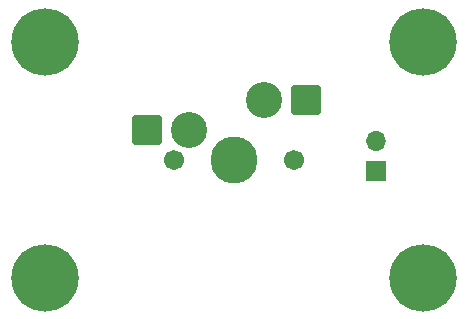
<source format=gbr>
%TF.GenerationSoftware,KiCad,Pcbnew,(5.99.0-9519-ga70106a3bd)*%
%TF.CreationDate,2021-04-17T12:17:53-04:00*%
%TF.ProjectId,hotswap-board,686f7473-7761-4702-9d62-6f6172642e6b,rev?*%
%TF.SameCoordinates,Original*%
%TF.FileFunction,Soldermask,Bot*%
%TF.FilePolarity,Negative*%
%FSLAX46Y46*%
G04 Gerber Fmt 4.6, Leading zero omitted, Abs format (unit mm)*
G04 Created by KiCad (PCBNEW (5.99.0-9519-ga70106a3bd)) date 2021-04-17 12:17:53*
%MOMM*%
%LPD*%
G01*
G04 APERTURE LIST*
G04 Aperture macros list*
%AMRoundRect*
0 Rectangle with rounded corners*
0 $1 Rounding radius*
0 $2 $3 $4 $5 $6 $7 $8 $9 X,Y pos of 4 corners*
0 Add a 4 corners polygon primitive as box body*
4,1,4,$2,$3,$4,$5,$6,$7,$8,$9,$2,$3,0*
0 Add four circle primitives for the rounded corners*
1,1,$1+$1,$2,$3*
1,1,$1+$1,$4,$5*
1,1,$1+$1,$6,$7*
1,1,$1+$1,$8,$9*
0 Add four rect primitives between the rounded corners*
20,1,$1+$1,$2,$3,$4,$5,0*
20,1,$1+$1,$4,$5,$6,$7,0*
20,1,$1+$1,$6,$7,$8,$9,0*
20,1,$1+$1,$8,$9,$2,$3,0*%
G04 Aperture macros list end*
%ADD10C,5.700000*%
%ADD11R,1.700000X1.700000*%
%ADD12O,1.700000X1.700000*%
%ADD13C,1.701800*%
%ADD14C,3.987800*%
%ADD15C,3.048000*%
%ADD16RoundRect,0.254000X1.016000X1.016000X-1.016000X1.016000X-1.016000X-1.016000X1.016000X-1.016000X0*%
G04 APERTURE END LIST*
D10*
%TO.C,H4*%
X-16000000Y-10000000D03*
%TD*%
%TO.C,H2*%
X16000000Y-10000000D03*
%TD*%
%TO.C,H3*%
X-16000000Y10000000D03*
%TD*%
%TO.C,H1*%
X16000000Y10000000D03*
%TD*%
D11*
%TO.C,J1*%
X12000000Y-1000000D03*
D12*
X12000000Y1540000D03*
%TD*%
D13*
%TO.C,SW1*%
X-5080000Y0D03*
X5080000Y0D03*
D14*
X0Y0D03*
D15*
X-3810000Y2540000D03*
X2540000Y5080000D03*
D16*
X6096000Y5080000D03*
X-7366000Y2540000D03*
%TD*%
M02*

</source>
